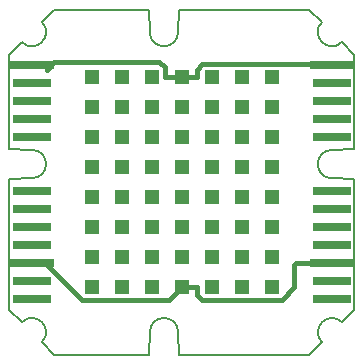
<source format=gbl>
%FSLAX25Y25*%
%MOIN*%
G70*
G01*
G75*
G04 Layer_Physical_Order=2*
G04 Layer_Color=16711680*
%ADD10C,0.01500*%
%ADD11C,0.00500*%
%ADD12R,0.15000X0.02500*%
%ADD13R,0.12500X0.02500*%
%ADD14R,0.05000X0.05000*%
D10*
X188000Y123000D02*
X200000D01*
X187500Y122500D02*
X188000Y123000D01*
X187500Y115025D02*
Y122500D01*
X183225Y110750D02*
X187500Y115025D01*
X156775Y110750D02*
X183225D01*
X155000Y112525D02*
X156775Y110750D01*
X155000Y112525D02*
Y115000D01*
X150000D02*
X155000D01*
X145750Y110750D02*
X150000Y115000D01*
X116775Y110750D02*
X145750D01*
X104525Y123000D02*
X116775Y110750D01*
X100000Y123000D02*
X104525D01*
X156775Y189250D02*
X200000D01*
X105000Y187500D02*
X107500Y190000D01*
X142475D01*
X144250Y188225D01*
Y185000D02*
Y188225D01*
Y185000D02*
X150000D01*
X155000D01*
Y187475D01*
X156775Y189250D01*
X200000Y189000D02*
Y189250D01*
D11*
X100000Y151300D02*
G03*
X100000Y160700I0J4700D01*
G01*
X200000D02*
G03*
X200000Y151300I0J-4700D01*
G01*
X203323Y103323D02*
G03*
X196677Y96676I-3323J-3323D01*
G01*
X148700Y100000D02*
G03*
X139300Y100000I-4700J0D01*
G01*
X196677Y203323D02*
G03*
X203323Y196677I3323J-3323D01*
G01*
X96676D02*
G03*
X103323Y203323I3323J3323D01*
G01*
Y96676D02*
G03*
X96676Y103323I-3323J3323D01*
G01*
X139300Y200000D02*
G03*
X148700Y200000I4700J0D01*
G01*
X92500Y107500D02*
Y151000D01*
Y161000D02*
Y192500D01*
Y151000D02*
X100068Y151303D01*
X92500Y161000D02*
X100000Y160700D01*
X207500Y107500D02*
Y151000D01*
Y161000D02*
Y192500D01*
X199932Y151303D02*
X207500Y151000D01*
X200000Y160700D02*
X207500Y161000D01*
X192500Y92500D02*
X196677Y96676D01*
X149000Y92500D02*
X192500D01*
X107500D02*
X139000D01*
X148697Y100068D02*
X149000Y92500D01*
X139000D02*
X139300Y100000D01*
X203323Y103323D02*
X207500Y107500D01*
X192500Y207500D02*
X196677Y203323D01*
X203323Y196677D02*
X207500Y192500D01*
X103323Y203323D02*
X107500Y207500D01*
X92500Y192500D02*
X96676Y196677D01*
X103323Y96676D02*
X107500Y92500D01*
X92500Y107500D02*
X96676Y103323D01*
X139000Y207500D02*
X139300Y200000D01*
X148697Y199932D02*
X149000Y207500D01*
X107500D02*
X139000D01*
X149000D02*
X192500D01*
D12*
X200000Y189000D02*
D03*
Y123000D02*
D03*
X100000Y189000D02*
D03*
Y123000D02*
D03*
D13*
X200000Y141000D02*
D03*
Y111000D02*
D03*
Y117000D02*
D03*
Y129000D02*
D03*
Y135000D02*
D03*
Y165000D02*
D03*
Y171000D02*
D03*
Y177000D02*
D03*
Y183000D02*
D03*
Y147000D02*
D03*
X100000Y141000D02*
D03*
Y111000D02*
D03*
Y117000D02*
D03*
Y129000D02*
D03*
Y135000D02*
D03*
Y165000D02*
D03*
Y171000D02*
D03*
Y177000D02*
D03*
Y183000D02*
D03*
Y147000D02*
D03*
D14*
X140000Y185000D02*
D03*
Y175000D02*
D03*
Y165000D02*
D03*
Y155000D02*
D03*
Y145000D02*
D03*
Y135000D02*
D03*
Y125000D02*
D03*
Y115000D02*
D03*
X130000Y185000D02*
D03*
Y175000D02*
D03*
Y165000D02*
D03*
Y155000D02*
D03*
Y145000D02*
D03*
Y135000D02*
D03*
Y125000D02*
D03*
Y115000D02*
D03*
X180000D02*
D03*
Y125000D02*
D03*
Y135000D02*
D03*
Y145000D02*
D03*
Y155000D02*
D03*
Y165000D02*
D03*
Y175000D02*
D03*
Y185000D02*
D03*
X120000Y115000D02*
D03*
Y125000D02*
D03*
Y135000D02*
D03*
Y145000D02*
D03*
Y155000D02*
D03*
Y165000D02*
D03*
Y175000D02*
D03*
Y185000D02*
D03*
X170000D02*
D03*
Y175000D02*
D03*
Y165000D02*
D03*
Y155000D02*
D03*
Y145000D02*
D03*
Y135000D02*
D03*
Y125000D02*
D03*
Y115000D02*
D03*
X160000Y185000D02*
D03*
Y175000D02*
D03*
Y165000D02*
D03*
Y155000D02*
D03*
Y145000D02*
D03*
Y135000D02*
D03*
Y125000D02*
D03*
Y115000D02*
D03*
X150000D02*
D03*
Y125000D02*
D03*
Y135000D02*
D03*
Y145000D02*
D03*
Y155000D02*
D03*
Y165000D02*
D03*
Y175000D02*
D03*
Y185000D02*
D03*
M02*

</source>
